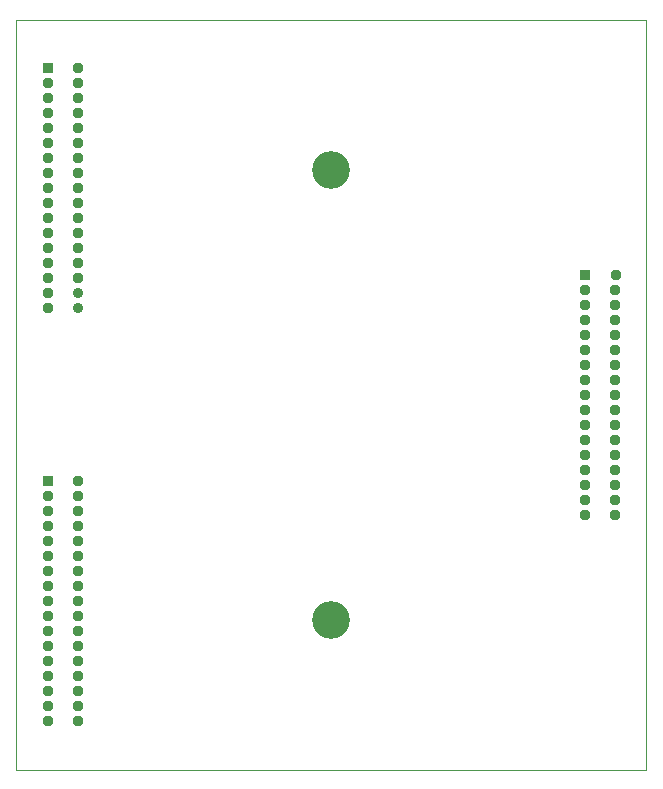
<source format=gbr>
%TF.GenerationSoftware,KiCad,Pcbnew,7.0.7*%
%TF.CreationDate,2023-09-14T15:53:42-04:00*%
%TF.ProjectId,Heater_South_DCT_HSK,48656174-6572-45f5-936f-7574685f4443,rev?*%
%TF.SameCoordinates,Original*%
%TF.FileFunction,Soldermask,Top*%
%TF.FilePolarity,Negative*%
%FSLAX46Y46*%
G04 Gerber Fmt 4.6, Leading zero omitted, Abs format (unit mm)*
G04 Created by KiCad (PCBNEW 7.0.7) date 2023-09-14 15:53:42*
%MOMM*%
%LPD*%
G01*
G04 APERTURE LIST*
%ADD10C,3.200000*%
%ADD11R,0.940800X0.940800*%
%ADD12C,0.940800*%
%ADD13C,0.890000*%
%TA.AperFunction,Profile*%
%ADD14C,0.100000*%
%TD*%
G04 APERTURE END LIST*
D10*
%TO.C,REF\u002A\u002A*%
X128270000Y-63500000D03*
%TD*%
D11*
%TO.C,J2*%
X104256840Y-89890600D03*
D12*
X106817160Y-89890600D03*
X104267000Y-91160600D03*
X106807000Y-91160600D03*
X104267000Y-92430600D03*
X106807000Y-92430600D03*
X104267000Y-93700600D03*
X106807000Y-93700600D03*
X104267000Y-94970600D03*
X106807000Y-94970600D03*
X104267000Y-96240600D03*
X106807000Y-96240600D03*
X104267000Y-97510600D03*
X106807000Y-97510600D03*
X104267000Y-98780600D03*
X106807000Y-98780600D03*
X104267000Y-100050600D03*
X106807000Y-100050600D03*
X104267000Y-101320600D03*
X106807000Y-101320600D03*
X104267000Y-102590600D03*
X106807000Y-102590600D03*
X104267000Y-103860600D03*
X106807000Y-103860600D03*
X104267000Y-105130600D03*
X106807000Y-105130600D03*
X104267000Y-106400600D03*
X106807000Y-106400600D03*
X104267000Y-107670600D03*
X106807000Y-107670600D03*
X104267000Y-108940600D03*
X106807000Y-108940600D03*
X104267000Y-110210600D03*
X106807000Y-110210600D03*
%TD*%
D10*
%TO.C,REF\u002A\u002A*%
X128270000Y-101600000D03*
%TD*%
D11*
%TO.C,J3*%
X149773640Y-72390000D03*
D12*
X152333960Y-72390000D03*
X149783800Y-73660000D03*
X152323800Y-73660000D03*
X149783800Y-74930000D03*
X152323800Y-74930000D03*
X149783800Y-76200000D03*
X152323800Y-76200000D03*
X149783800Y-77470000D03*
X152323800Y-77470000D03*
X149783800Y-78740000D03*
X152323800Y-78740000D03*
X149783800Y-80010000D03*
X152323800Y-80010000D03*
X149783800Y-81280000D03*
X152323800Y-81280000D03*
X149783800Y-82550000D03*
X152323800Y-82550000D03*
X149783800Y-83820000D03*
X152323800Y-83820000D03*
X149783800Y-85090000D03*
X152323800Y-85090000D03*
X149783800Y-86360000D03*
X152323800Y-86360000D03*
X149783800Y-87630000D03*
X152323800Y-87630000D03*
X149783800Y-88900000D03*
X152323800Y-88900000D03*
X149783800Y-90170000D03*
X152323800Y-90170000D03*
X149783800Y-91440000D03*
X152323800Y-91440000D03*
X149783800Y-92710000D03*
X152323800Y-92710000D03*
%TD*%
D11*
%TO.C,J1*%
X104256840Y-54864000D03*
D12*
X106817160Y-54864000D03*
X104267000Y-56134000D03*
X106807000Y-56134000D03*
X104267000Y-57404000D03*
X106807000Y-57404000D03*
X104267000Y-58674000D03*
X106807000Y-58674000D03*
X104267000Y-59944000D03*
X106807000Y-59944000D03*
X104267000Y-61214000D03*
X106807000Y-61214000D03*
X104267000Y-62484000D03*
X106807000Y-62484000D03*
X104267000Y-63754000D03*
X106807000Y-63754000D03*
X104267000Y-65024000D03*
X106807000Y-65024000D03*
X104267000Y-66294000D03*
X106807000Y-66294000D03*
X104267000Y-67564000D03*
X106807000Y-67564000D03*
X104267000Y-68834000D03*
X106807000Y-68834000D03*
X104267000Y-70104000D03*
X106807000Y-70104000D03*
X104267000Y-71374000D03*
X106807000Y-71374000D03*
X104267000Y-72644000D03*
X106807000Y-72644000D03*
X104267000Y-73914000D03*
D13*
X106807000Y-73914000D03*
D12*
X104267000Y-75184000D03*
D13*
X106807000Y-75184000D03*
%TD*%
D14*
X101600000Y-50800000D02*
X154940000Y-50800000D01*
X154940000Y-114300000D01*
X101600000Y-114300000D01*
X101600000Y-50800000D01*
M02*

</source>
